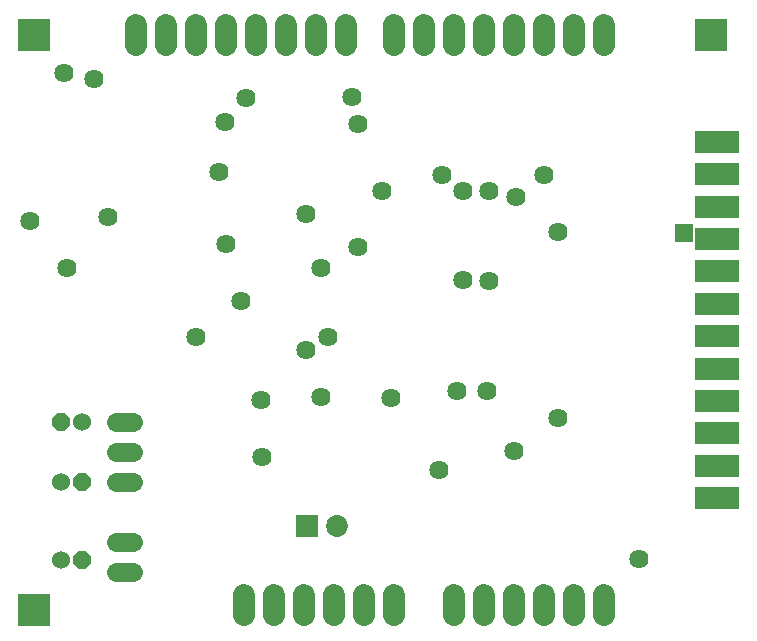
<source format=gbs>
G75*
G70*
%OFA0B0*%
%FSLAX24Y24*%
%IPPOS*%
%LPD*%
%AMOC8*
5,1,8,0,0,1.08239X$1,22.5*
%
%ADD10C,0.0720*%
%ADD11C,0.0640*%
%ADD12OC8,0.0600*%
%ADD13C,0.0600*%
%ADD14R,0.1458X0.0749*%
%ADD15C,0.0730*%
%ADD16R,0.0730X0.0730*%
%ADD17C,0.0640*%
%ADD18R,0.0640X0.0640*%
%ADD19R,0.1080X0.1080*%
D10*
X011181Y000781D02*
X011181Y001421D01*
X012181Y001421D02*
X012181Y000781D01*
X013181Y000781D02*
X013181Y001421D01*
X014181Y001421D02*
X014181Y000781D01*
X015181Y000781D02*
X015181Y001421D01*
X016181Y001421D02*
X016181Y000781D01*
X018181Y000781D02*
X018181Y001421D01*
X019181Y001421D02*
X019181Y000781D01*
X020181Y000781D02*
X020181Y001421D01*
X021181Y001421D02*
X021181Y000781D01*
X022181Y000781D02*
X022181Y001421D01*
X023181Y001421D02*
X023181Y000781D01*
X023181Y019781D02*
X023181Y020421D01*
X022181Y020421D02*
X022181Y019781D01*
X021181Y019781D02*
X021181Y020421D01*
X020181Y020421D02*
X020181Y019781D01*
X019181Y019781D02*
X019181Y020421D01*
X018181Y020421D02*
X018181Y019781D01*
X017181Y019781D02*
X017181Y020421D01*
X016181Y020421D02*
X016181Y019781D01*
X014581Y019781D02*
X014581Y020421D01*
X013581Y020421D02*
X013581Y019781D01*
X012581Y019781D02*
X012581Y020421D01*
X011581Y020421D02*
X011581Y019781D01*
X010581Y019781D02*
X010581Y020421D01*
X009581Y020421D02*
X009581Y019781D01*
X008581Y019781D02*
X008581Y020421D01*
X007581Y020421D02*
X007581Y019781D01*
D11*
X007461Y007201D02*
X006901Y007201D01*
X006901Y006201D02*
X007461Y006201D01*
X007461Y005201D02*
X006901Y005201D01*
X006901Y003201D02*
X007461Y003201D01*
X007461Y002201D02*
X006901Y002201D01*
D12*
X005781Y002601D03*
X005781Y005201D03*
X005081Y007201D03*
D13*
X005781Y007201D03*
X005081Y005201D03*
X005081Y002601D03*
D14*
X026951Y004661D03*
X026951Y005741D03*
X026951Y006821D03*
X026951Y007901D03*
X026951Y008981D03*
X026951Y010061D03*
X026951Y011141D03*
X026951Y012221D03*
X026951Y013301D03*
X026951Y014381D03*
X026951Y015461D03*
X026951Y016541D03*
D15*
X014281Y003751D03*
D16*
X013281Y003751D03*
D17*
X011781Y006051D03*
X011731Y007951D03*
X013731Y008051D03*
X013231Y009601D03*
X013981Y010051D03*
X016081Y008001D03*
X018281Y008251D03*
X019281Y008251D03*
X021631Y007351D03*
X020181Y006251D03*
X017681Y005601D03*
X024331Y002651D03*
X011081Y011251D03*
X009581Y010051D03*
X013731Y012351D03*
X014981Y013051D03*
X013231Y014151D03*
X015781Y014901D03*
X017781Y015451D03*
X018481Y014901D03*
X019331Y014901D03*
X020231Y014701D03*
X021181Y015451D03*
X021631Y013551D03*
X019331Y011901D03*
X018481Y011951D03*
X014981Y017151D03*
X014781Y018051D03*
X011231Y018011D03*
X010531Y017201D03*
X010331Y015551D03*
X010581Y013151D03*
X006631Y014051D03*
X005281Y012351D03*
X004031Y013901D03*
X006181Y018651D03*
X005181Y018851D03*
D18*
X025831Y013501D03*
D19*
X004181Y000951D03*
X004181Y020101D03*
X026731Y020101D03*
M02*

</source>
